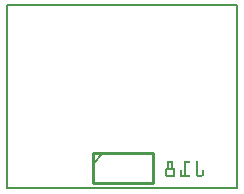
<source format=gbo>
G04 MADE WITH FRITZING*
G04 WWW.FRITZING.ORG*
G04 DOUBLE SIDED*
G04 HOLES PLATED*
G04 CONTOUR ON CENTER OF CONTOUR VECTOR*
%ASAXBY*%
%FSLAX23Y23*%
%MOIN*%
%OFA0B0*%
%SFA1.0B1.0*%
%ADD10R,0.775079X0.617433X0.759079X0.601433*%
%ADD11C,0.008000*%
%ADD12C,0.010000*%
%ADD13C,0.005000*%
%ADD14R,0.001000X0.001000*%
%LNSILK0*%
G90*
G70*
G54D11*
X4Y613D02*
X771Y613D01*
X771Y4D01*
X4Y4D01*
X4Y613D01*
D02*
G54D12*
X290Y120D02*
X490Y120D01*
D02*
X490Y120D02*
X490Y20D01*
D02*
X490Y20D02*
X290Y20D01*
D02*
X290Y20D02*
X290Y120D01*
G54D13*
D02*
X325Y120D02*
X290Y85D01*
G54D14*
X539Y95D02*
X555Y95D01*
X594Y95D02*
X612Y95D01*
X636Y95D02*
X639Y95D01*
X538Y94D02*
X557Y94D01*
X594Y94D02*
X613Y94D01*
X635Y94D02*
X640Y94D01*
X538Y93D02*
X557Y93D01*
X594Y93D02*
X614Y93D01*
X634Y93D02*
X640Y93D01*
X538Y92D02*
X557Y92D01*
X594Y92D02*
X614Y92D01*
X634Y92D02*
X640Y92D01*
X538Y91D02*
X557Y91D01*
X594Y91D02*
X614Y91D01*
X634Y91D02*
X640Y91D01*
X538Y90D02*
X557Y90D01*
X594Y90D02*
X613Y90D01*
X634Y90D02*
X640Y90D01*
X538Y89D02*
X557Y89D01*
X594Y89D02*
X612Y89D01*
X634Y89D02*
X640Y89D01*
X538Y88D02*
X544Y88D01*
X551Y88D02*
X557Y88D01*
X594Y88D02*
X600Y88D01*
X634Y88D02*
X640Y88D01*
X538Y87D02*
X544Y87D01*
X551Y87D02*
X557Y87D01*
X594Y87D02*
X600Y87D01*
X634Y87D02*
X640Y87D01*
X538Y86D02*
X544Y86D01*
X551Y86D02*
X557Y86D01*
X594Y86D02*
X600Y86D01*
X634Y86D02*
X640Y86D01*
X538Y85D02*
X544Y85D01*
X551Y85D02*
X557Y85D01*
X594Y85D02*
X600Y85D01*
X634Y85D02*
X640Y85D01*
X538Y84D02*
X544Y84D01*
X551Y84D02*
X557Y84D01*
X594Y84D02*
X600Y84D01*
X634Y84D02*
X640Y84D01*
X538Y83D02*
X544Y83D01*
X551Y83D02*
X557Y83D01*
X594Y83D02*
X600Y83D01*
X634Y83D02*
X640Y83D01*
X538Y82D02*
X544Y82D01*
X551Y82D02*
X557Y82D01*
X594Y82D02*
X600Y82D01*
X634Y82D02*
X640Y82D01*
X538Y81D02*
X544Y81D01*
X551Y81D02*
X557Y81D01*
X594Y81D02*
X600Y81D01*
X634Y81D02*
X640Y81D01*
X538Y80D02*
X544Y80D01*
X551Y80D02*
X557Y80D01*
X594Y80D02*
X600Y80D01*
X634Y80D02*
X640Y80D01*
X538Y79D02*
X544Y79D01*
X551Y79D02*
X557Y79D01*
X594Y79D02*
X600Y79D01*
X634Y79D02*
X640Y79D01*
X538Y78D02*
X544Y78D01*
X551Y78D02*
X557Y78D01*
X594Y78D02*
X600Y78D01*
X634Y78D02*
X640Y78D01*
X538Y77D02*
X544Y77D01*
X551Y77D02*
X557Y77D01*
X594Y77D02*
X600Y77D01*
X634Y77D02*
X640Y77D01*
X538Y76D02*
X544Y76D01*
X551Y76D02*
X557Y76D01*
X594Y76D02*
X600Y76D01*
X634Y76D02*
X640Y76D01*
X538Y75D02*
X544Y75D01*
X551Y75D02*
X557Y75D01*
X594Y75D02*
X600Y75D01*
X634Y75D02*
X640Y75D01*
X538Y74D02*
X544Y74D01*
X551Y74D02*
X557Y74D01*
X594Y74D02*
X600Y74D01*
X634Y74D02*
X640Y74D01*
X538Y73D02*
X544Y73D01*
X551Y73D02*
X557Y73D01*
X594Y73D02*
X600Y73D01*
X634Y73D02*
X640Y73D01*
X537Y72D02*
X544Y72D01*
X551Y72D02*
X557Y72D01*
X594Y72D02*
X600Y72D01*
X634Y72D02*
X640Y72D01*
X534Y71D02*
X561Y71D01*
X594Y71D02*
X600Y71D01*
X634Y71D02*
X640Y71D01*
X533Y70D02*
X562Y70D01*
X594Y70D02*
X600Y70D01*
X634Y70D02*
X640Y70D01*
X532Y69D02*
X563Y69D01*
X594Y69D02*
X600Y69D01*
X634Y69D02*
X640Y69D01*
X531Y68D02*
X564Y68D01*
X594Y68D02*
X600Y68D01*
X634Y68D02*
X640Y68D01*
X531Y67D02*
X564Y67D01*
X594Y67D02*
X600Y67D01*
X634Y67D02*
X640Y67D01*
X531Y66D02*
X564Y66D01*
X594Y66D02*
X600Y66D01*
X634Y66D02*
X640Y66D01*
X657Y66D02*
X658Y66D01*
X531Y65D02*
X537Y65D01*
X558Y65D02*
X564Y65D01*
X582Y65D02*
X586Y65D01*
X594Y65D02*
X600Y65D01*
X634Y65D02*
X640Y65D01*
X655Y65D02*
X660Y65D01*
X531Y64D02*
X537Y64D01*
X558Y64D02*
X564Y64D01*
X581Y64D02*
X586Y64D01*
X594Y64D02*
X600Y64D01*
X634Y64D02*
X640Y64D01*
X655Y64D02*
X660Y64D01*
X531Y63D02*
X537Y63D01*
X558Y63D02*
X564Y63D01*
X581Y63D02*
X587Y63D01*
X594Y63D02*
X600Y63D01*
X634Y63D02*
X640Y63D01*
X655Y63D02*
X661Y63D01*
X531Y62D02*
X537Y62D01*
X558Y62D02*
X564Y62D01*
X581Y62D02*
X587Y62D01*
X594Y62D02*
X600Y62D01*
X634Y62D02*
X640Y62D01*
X655Y62D02*
X661Y62D01*
X531Y61D02*
X537Y61D01*
X558Y61D02*
X564Y61D01*
X581Y61D02*
X587Y61D01*
X594Y61D02*
X600Y61D01*
X634Y61D02*
X640Y61D01*
X655Y61D02*
X661Y61D01*
X531Y60D02*
X537Y60D01*
X558Y60D02*
X564Y60D01*
X581Y60D02*
X587Y60D01*
X594Y60D02*
X600Y60D01*
X634Y60D02*
X640Y60D01*
X655Y60D02*
X661Y60D01*
X531Y59D02*
X537Y59D01*
X558Y59D02*
X564Y59D01*
X581Y59D02*
X587Y59D01*
X594Y59D02*
X600Y59D01*
X634Y59D02*
X640Y59D01*
X655Y59D02*
X661Y59D01*
X531Y58D02*
X537Y58D01*
X558Y58D02*
X564Y58D01*
X581Y58D02*
X587Y58D01*
X594Y58D02*
X600Y58D01*
X634Y58D02*
X640Y58D01*
X655Y58D02*
X661Y58D01*
X531Y57D02*
X537Y57D01*
X558Y57D02*
X564Y57D01*
X581Y57D02*
X587Y57D01*
X594Y57D02*
X600Y57D01*
X634Y57D02*
X640Y57D01*
X655Y57D02*
X661Y57D01*
X531Y56D02*
X537Y56D01*
X558Y56D02*
X564Y56D01*
X581Y56D02*
X587Y56D01*
X594Y56D02*
X600Y56D01*
X634Y56D02*
X640Y56D01*
X655Y56D02*
X661Y56D01*
X531Y55D02*
X537Y55D01*
X558Y55D02*
X564Y55D01*
X581Y55D02*
X587Y55D01*
X594Y55D02*
X600Y55D01*
X634Y55D02*
X640Y55D01*
X655Y55D02*
X661Y55D01*
X531Y54D02*
X537Y54D01*
X558Y54D02*
X564Y54D01*
X581Y54D02*
X587Y54D01*
X594Y54D02*
X600Y54D01*
X634Y54D02*
X640Y54D01*
X655Y54D02*
X661Y54D01*
X531Y53D02*
X537Y53D01*
X558Y53D02*
X564Y53D01*
X581Y53D02*
X587Y53D01*
X594Y53D02*
X600Y53D01*
X634Y53D02*
X640Y53D01*
X655Y53D02*
X661Y53D01*
X531Y52D02*
X537Y52D01*
X558Y52D02*
X564Y52D01*
X581Y52D02*
X587Y52D01*
X594Y52D02*
X600Y52D01*
X634Y52D02*
X640Y52D01*
X654Y52D02*
X661Y52D01*
X531Y51D02*
X537Y51D01*
X558Y51D02*
X564Y51D01*
X581Y51D02*
X587Y51D01*
X594Y51D02*
X600Y51D01*
X634Y51D02*
X640Y51D01*
X654Y51D02*
X660Y51D01*
X531Y50D02*
X537Y50D01*
X558Y50D02*
X564Y50D01*
X581Y50D02*
X587Y50D01*
X594Y50D02*
X600Y50D01*
X634Y50D02*
X641Y50D01*
X654Y50D02*
X660Y50D01*
X531Y49D02*
X537Y49D01*
X558Y49D02*
X564Y49D01*
X581Y49D02*
X587Y49D01*
X594Y49D02*
X600Y49D01*
X635Y49D02*
X642Y49D01*
X653Y49D02*
X660Y49D01*
X531Y48D02*
X564Y48D01*
X581Y48D02*
X612Y48D01*
X635Y48D02*
X660Y48D01*
X531Y47D02*
X564Y47D01*
X581Y47D02*
X613Y47D01*
X635Y47D02*
X659Y47D01*
X531Y46D02*
X564Y46D01*
X581Y46D02*
X614Y46D01*
X636Y46D02*
X659Y46D01*
X532Y45D02*
X563Y45D01*
X581Y45D02*
X614Y45D01*
X637Y45D02*
X658Y45D01*
X532Y44D02*
X563Y44D01*
X581Y44D02*
X614Y44D01*
X638Y44D02*
X657Y44D01*
X533Y43D02*
X562Y43D01*
X581Y43D02*
X613Y43D01*
X639Y43D02*
X655Y43D01*
X535Y42D02*
X560Y42D01*
X582Y42D02*
X612Y42D01*
X642Y42D02*
X653Y42D01*
D02*
G04 End of Silk0*
M02*
</source>
